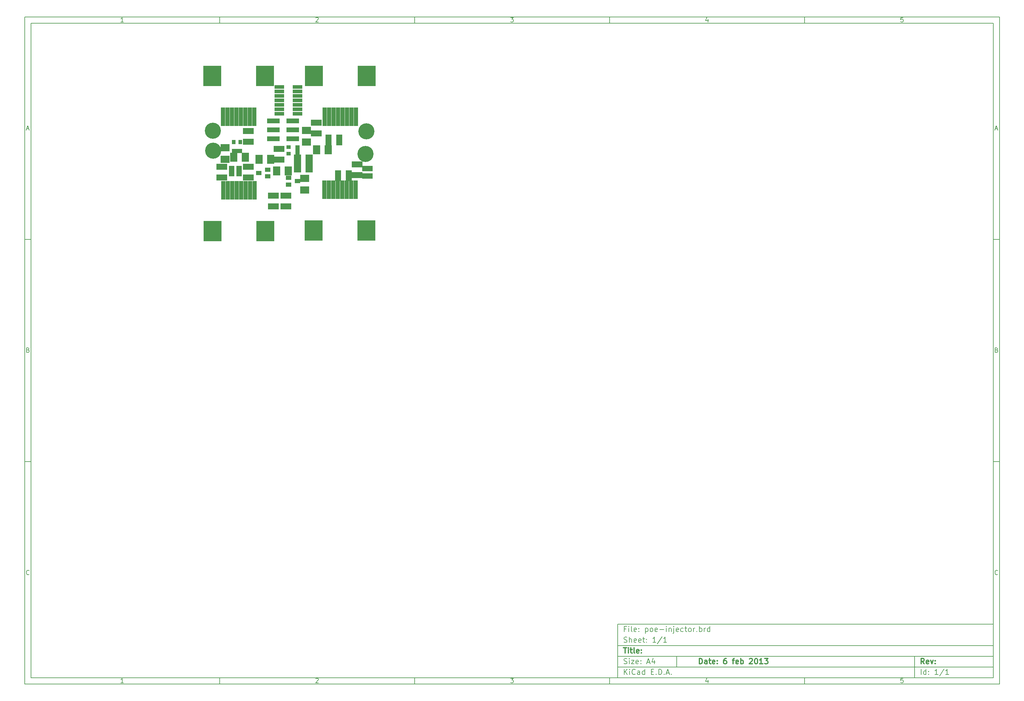
<source format=gts>
G04 (created by PCBNEW-RS274X (2012-01-19 BZR 3256)-stable) date 2/5/2013 11:52:39 PM*
G01*
G70*
G90*
%MOIN*%
G04 Gerber Fmt 3.4, Leading zero omitted, Abs format*
%FSLAX34Y34*%
G04 APERTURE LIST*
%ADD10C,0.006000*%
%ADD11C,0.012000*%
%ADD12R,0.050000X0.040000*%
%ADD13R,0.040000X0.050000*%
%ADD14R,0.059400X0.047600*%
%ADD15R,0.200000X0.225000*%
%ADD16R,0.045000X0.207000*%
%ADD17R,0.120000X0.070000*%
%ADD18R,0.080000X0.100000*%
%ADD19R,0.100000X0.080000*%
%ADD20R,0.139000X0.058000*%
%ADD21C,0.180000*%
%ADD22R,0.070000X0.120000*%
%ADD23R,0.043600X0.059400*%
%ADD24R,0.059400X0.043600*%
%ADD25R,0.106900X0.044000*%
G04 APERTURE END LIST*
G54D10*
X04000Y-04000D02*
X113000Y-04000D01*
X113000Y-78670D01*
X04000Y-78670D01*
X04000Y-04000D01*
X04700Y-04700D02*
X112300Y-04700D01*
X112300Y-77970D01*
X04700Y-77970D01*
X04700Y-04700D01*
X25800Y-04000D02*
X25800Y-04700D01*
X15043Y-04552D02*
X14757Y-04552D01*
X14900Y-04552D02*
X14900Y-04052D01*
X14852Y-04124D01*
X14805Y-04171D01*
X14757Y-04195D01*
X25800Y-78670D02*
X25800Y-77970D01*
X15043Y-78522D02*
X14757Y-78522D01*
X14900Y-78522D02*
X14900Y-78022D01*
X14852Y-78094D01*
X14805Y-78141D01*
X14757Y-78165D01*
X47600Y-04000D02*
X47600Y-04700D01*
X36557Y-04100D02*
X36581Y-04076D01*
X36629Y-04052D01*
X36748Y-04052D01*
X36795Y-04076D01*
X36819Y-04100D01*
X36843Y-04148D01*
X36843Y-04195D01*
X36819Y-04267D01*
X36533Y-04552D01*
X36843Y-04552D01*
X47600Y-78670D02*
X47600Y-77970D01*
X36557Y-78070D02*
X36581Y-78046D01*
X36629Y-78022D01*
X36748Y-78022D01*
X36795Y-78046D01*
X36819Y-78070D01*
X36843Y-78118D01*
X36843Y-78165D01*
X36819Y-78237D01*
X36533Y-78522D01*
X36843Y-78522D01*
X69400Y-04000D02*
X69400Y-04700D01*
X58333Y-04052D02*
X58643Y-04052D01*
X58476Y-04243D01*
X58548Y-04243D01*
X58595Y-04267D01*
X58619Y-04290D01*
X58643Y-04338D01*
X58643Y-04457D01*
X58619Y-04505D01*
X58595Y-04529D01*
X58548Y-04552D01*
X58405Y-04552D01*
X58357Y-04529D01*
X58333Y-04505D01*
X69400Y-78670D02*
X69400Y-77970D01*
X58333Y-78022D02*
X58643Y-78022D01*
X58476Y-78213D01*
X58548Y-78213D01*
X58595Y-78237D01*
X58619Y-78260D01*
X58643Y-78308D01*
X58643Y-78427D01*
X58619Y-78475D01*
X58595Y-78499D01*
X58548Y-78522D01*
X58405Y-78522D01*
X58357Y-78499D01*
X58333Y-78475D01*
X91200Y-04000D02*
X91200Y-04700D01*
X80395Y-04219D02*
X80395Y-04552D01*
X80276Y-04029D02*
X80157Y-04386D01*
X80467Y-04386D01*
X91200Y-78670D02*
X91200Y-77970D01*
X80395Y-78189D02*
X80395Y-78522D01*
X80276Y-77999D02*
X80157Y-78356D01*
X80467Y-78356D01*
X102219Y-04052D02*
X101981Y-04052D01*
X101957Y-04290D01*
X101981Y-04267D01*
X102029Y-04243D01*
X102148Y-04243D01*
X102195Y-04267D01*
X102219Y-04290D01*
X102243Y-04338D01*
X102243Y-04457D01*
X102219Y-04505D01*
X102195Y-04529D01*
X102148Y-04552D01*
X102029Y-04552D01*
X101981Y-04529D01*
X101957Y-04505D01*
X102219Y-78022D02*
X101981Y-78022D01*
X101957Y-78260D01*
X101981Y-78237D01*
X102029Y-78213D01*
X102148Y-78213D01*
X102195Y-78237D01*
X102219Y-78260D01*
X102243Y-78308D01*
X102243Y-78427D01*
X102219Y-78475D01*
X102195Y-78499D01*
X102148Y-78522D01*
X102029Y-78522D01*
X101981Y-78499D01*
X101957Y-78475D01*
X04000Y-28890D02*
X04700Y-28890D01*
X04231Y-16510D02*
X04469Y-16510D01*
X04184Y-16652D02*
X04350Y-16152D01*
X04517Y-16652D01*
X113000Y-28890D02*
X112300Y-28890D01*
X112531Y-16510D02*
X112769Y-16510D01*
X112484Y-16652D02*
X112650Y-16152D01*
X112817Y-16652D01*
X04000Y-53780D02*
X04700Y-53780D01*
X04386Y-41280D02*
X04457Y-41304D01*
X04481Y-41328D01*
X04505Y-41376D01*
X04505Y-41447D01*
X04481Y-41495D01*
X04457Y-41519D01*
X04410Y-41542D01*
X04219Y-41542D01*
X04219Y-41042D01*
X04386Y-41042D01*
X04433Y-41066D01*
X04457Y-41090D01*
X04481Y-41138D01*
X04481Y-41185D01*
X04457Y-41233D01*
X04433Y-41257D01*
X04386Y-41280D01*
X04219Y-41280D01*
X113000Y-53780D02*
X112300Y-53780D01*
X112686Y-41280D02*
X112757Y-41304D01*
X112781Y-41328D01*
X112805Y-41376D01*
X112805Y-41447D01*
X112781Y-41495D01*
X112757Y-41519D01*
X112710Y-41542D01*
X112519Y-41542D01*
X112519Y-41042D01*
X112686Y-41042D01*
X112733Y-41066D01*
X112757Y-41090D01*
X112781Y-41138D01*
X112781Y-41185D01*
X112757Y-41233D01*
X112733Y-41257D01*
X112686Y-41280D01*
X112519Y-41280D01*
X04505Y-66385D02*
X04481Y-66409D01*
X04410Y-66432D01*
X04362Y-66432D01*
X04290Y-66409D01*
X04243Y-66361D01*
X04219Y-66313D01*
X04195Y-66218D01*
X04195Y-66147D01*
X04219Y-66051D01*
X04243Y-66004D01*
X04290Y-65956D01*
X04362Y-65932D01*
X04410Y-65932D01*
X04481Y-65956D01*
X04505Y-65980D01*
X112805Y-66385D02*
X112781Y-66409D01*
X112710Y-66432D01*
X112662Y-66432D01*
X112590Y-66409D01*
X112543Y-66361D01*
X112519Y-66313D01*
X112495Y-66218D01*
X112495Y-66147D01*
X112519Y-66051D01*
X112543Y-66004D01*
X112590Y-65956D01*
X112662Y-65932D01*
X112710Y-65932D01*
X112781Y-65956D01*
X112805Y-65980D01*
G54D11*
X79443Y-76413D02*
X79443Y-75813D01*
X79586Y-75813D01*
X79671Y-75841D01*
X79729Y-75899D01*
X79757Y-75956D01*
X79786Y-76070D01*
X79786Y-76156D01*
X79757Y-76270D01*
X79729Y-76327D01*
X79671Y-76384D01*
X79586Y-76413D01*
X79443Y-76413D01*
X80300Y-76413D02*
X80300Y-76099D01*
X80271Y-76041D01*
X80214Y-76013D01*
X80100Y-76013D01*
X80043Y-76041D01*
X80300Y-76384D02*
X80243Y-76413D01*
X80100Y-76413D01*
X80043Y-76384D01*
X80014Y-76327D01*
X80014Y-76270D01*
X80043Y-76213D01*
X80100Y-76184D01*
X80243Y-76184D01*
X80300Y-76156D01*
X80500Y-76013D02*
X80729Y-76013D01*
X80586Y-75813D02*
X80586Y-76327D01*
X80614Y-76384D01*
X80672Y-76413D01*
X80729Y-76413D01*
X81157Y-76384D02*
X81100Y-76413D01*
X80986Y-76413D01*
X80929Y-76384D01*
X80900Y-76327D01*
X80900Y-76099D01*
X80929Y-76041D01*
X80986Y-76013D01*
X81100Y-76013D01*
X81157Y-76041D01*
X81186Y-76099D01*
X81186Y-76156D01*
X80900Y-76213D01*
X81443Y-76356D02*
X81471Y-76384D01*
X81443Y-76413D01*
X81414Y-76384D01*
X81443Y-76356D01*
X81443Y-76413D01*
X81443Y-76041D02*
X81471Y-76070D01*
X81443Y-76099D01*
X81414Y-76070D01*
X81443Y-76041D01*
X81443Y-76099D01*
X82443Y-75813D02*
X82329Y-75813D01*
X82272Y-75841D01*
X82243Y-75870D01*
X82186Y-75956D01*
X82157Y-76070D01*
X82157Y-76299D01*
X82186Y-76356D01*
X82214Y-76384D01*
X82272Y-76413D01*
X82386Y-76413D01*
X82443Y-76384D01*
X82472Y-76356D01*
X82500Y-76299D01*
X82500Y-76156D01*
X82472Y-76099D01*
X82443Y-76070D01*
X82386Y-76041D01*
X82272Y-76041D01*
X82214Y-76070D01*
X82186Y-76099D01*
X82157Y-76156D01*
X83128Y-76013D02*
X83357Y-76013D01*
X83214Y-76413D02*
X83214Y-75899D01*
X83242Y-75841D01*
X83300Y-75813D01*
X83357Y-75813D01*
X83785Y-76384D02*
X83728Y-76413D01*
X83614Y-76413D01*
X83557Y-76384D01*
X83528Y-76327D01*
X83528Y-76099D01*
X83557Y-76041D01*
X83614Y-76013D01*
X83728Y-76013D01*
X83785Y-76041D01*
X83814Y-76099D01*
X83814Y-76156D01*
X83528Y-76213D01*
X84071Y-76413D02*
X84071Y-75813D01*
X84071Y-76041D02*
X84128Y-76013D01*
X84242Y-76013D01*
X84299Y-76041D01*
X84328Y-76070D01*
X84357Y-76127D01*
X84357Y-76299D01*
X84328Y-76356D01*
X84299Y-76384D01*
X84242Y-76413D01*
X84128Y-76413D01*
X84071Y-76384D01*
X85042Y-75870D02*
X85071Y-75841D01*
X85128Y-75813D01*
X85271Y-75813D01*
X85328Y-75841D01*
X85357Y-75870D01*
X85385Y-75927D01*
X85385Y-75984D01*
X85357Y-76070D01*
X85014Y-76413D01*
X85385Y-76413D01*
X85756Y-75813D02*
X85813Y-75813D01*
X85870Y-75841D01*
X85899Y-75870D01*
X85928Y-75927D01*
X85956Y-76041D01*
X85956Y-76184D01*
X85928Y-76299D01*
X85899Y-76356D01*
X85870Y-76384D01*
X85813Y-76413D01*
X85756Y-76413D01*
X85699Y-76384D01*
X85670Y-76356D01*
X85642Y-76299D01*
X85613Y-76184D01*
X85613Y-76041D01*
X85642Y-75927D01*
X85670Y-75870D01*
X85699Y-75841D01*
X85756Y-75813D01*
X86527Y-76413D02*
X86184Y-76413D01*
X86356Y-76413D02*
X86356Y-75813D01*
X86299Y-75899D01*
X86241Y-75956D01*
X86184Y-75984D01*
X86727Y-75813D02*
X87098Y-75813D01*
X86898Y-76041D01*
X86984Y-76041D01*
X87041Y-76070D01*
X87070Y-76099D01*
X87098Y-76156D01*
X87098Y-76299D01*
X87070Y-76356D01*
X87041Y-76384D01*
X86984Y-76413D01*
X86812Y-76413D01*
X86755Y-76384D01*
X86727Y-76356D01*
G54D10*
X71043Y-77613D02*
X71043Y-77013D01*
X71386Y-77613D02*
X71129Y-77270D01*
X71386Y-77013D02*
X71043Y-77356D01*
X71643Y-77613D02*
X71643Y-77213D01*
X71643Y-77013D02*
X71614Y-77041D01*
X71643Y-77070D01*
X71671Y-77041D01*
X71643Y-77013D01*
X71643Y-77070D01*
X72272Y-77556D02*
X72243Y-77584D01*
X72157Y-77613D01*
X72100Y-77613D01*
X72015Y-77584D01*
X71957Y-77527D01*
X71929Y-77470D01*
X71900Y-77356D01*
X71900Y-77270D01*
X71929Y-77156D01*
X71957Y-77099D01*
X72015Y-77041D01*
X72100Y-77013D01*
X72157Y-77013D01*
X72243Y-77041D01*
X72272Y-77070D01*
X72786Y-77613D02*
X72786Y-77299D01*
X72757Y-77241D01*
X72700Y-77213D01*
X72586Y-77213D01*
X72529Y-77241D01*
X72786Y-77584D02*
X72729Y-77613D01*
X72586Y-77613D01*
X72529Y-77584D01*
X72500Y-77527D01*
X72500Y-77470D01*
X72529Y-77413D01*
X72586Y-77384D01*
X72729Y-77384D01*
X72786Y-77356D01*
X73329Y-77613D02*
X73329Y-77013D01*
X73329Y-77584D02*
X73272Y-77613D01*
X73158Y-77613D01*
X73100Y-77584D01*
X73072Y-77556D01*
X73043Y-77499D01*
X73043Y-77327D01*
X73072Y-77270D01*
X73100Y-77241D01*
X73158Y-77213D01*
X73272Y-77213D01*
X73329Y-77241D01*
X74072Y-77299D02*
X74272Y-77299D01*
X74358Y-77613D02*
X74072Y-77613D01*
X74072Y-77013D01*
X74358Y-77013D01*
X74615Y-77556D02*
X74643Y-77584D01*
X74615Y-77613D01*
X74586Y-77584D01*
X74615Y-77556D01*
X74615Y-77613D01*
X74901Y-77613D02*
X74901Y-77013D01*
X75044Y-77013D01*
X75129Y-77041D01*
X75187Y-77099D01*
X75215Y-77156D01*
X75244Y-77270D01*
X75244Y-77356D01*
X75215Y-77470D01*
X75187Y-77527D01*
X75129Y-77584D01*
X75044Y-77613D01*
X74901Y-77613D01*
X75501Y-77556D02*
X75529Y-77584D01*
X75501Y-77613D01*
X75472Y-77584D01*
X75501Y-77556D01*
X75501Y-77613D01*
X75758Y-77441D02*
X76044Y-77441D01*
X75701Y-77613D02*
X75901Y-77013D01*
X76101Y-77613D01*
X76301Y-77556D02*
X76329Y-77584D01*
X76301Y-77613D01*
X76272Y-77584D01*
X76301Y-77556D01*
X76301Y-77613D01*
G54D11*
X104586Y-76413D02*
X104386Y-76127D01*
X104243Y-76413D02*
X104243Y-75813D01*
X104471Y-75813D01*
X104529Y-75841D01*
X104557Y-75870D01*
X104586Y-75927D01*
X104586Y-76013D01*
X104557Y-76070D01*
X104529Y-76099D01*
X104471Y-76127D01*
X104243Y-76127D01*
X105071Y-76384D02*
X105014Y-76413D01*
X104900Y-76413D01*
X104843Y-76384D01*
X104814Y-76327D01*
X104814Y-76099D01*
X104843Y-76041D01*
X104900Y-76013D01*
X105014Y-76013D01*
X105071Y-76041D01*
X105100Y-76099D01*
X105100Y-76156D01*
X104814Y-76213D01*
X105300Y-76013D02*
X105443Y-76413D01*
X105585Y-76013D01*
X105814Y-76356D02*
X105842Y-76384D01*
X105814Y-76413D01*
X105785Y-76384D01*
X105814Y-76356D01*
X105814Y-76413D01*
X105814Y-76041D02*
X105842Y-76070D01*
X105814Y-76099D01*
X105785Y-76070D01*
X105814Y-76041D01*
X105814Y-76099D01*
G54D10*
X71014Y-76384D02*
X71100Y-76413D01*
X71243Y-76413D01*
X71300Y-76384D01*
X71329Y-76356D01*
X71357Y-76299D01*
X71357Y-76241D01*
X71329Y-76184D01*
X71300Y-76156D01*
X71243Y-76127D01*
X71129Y-76099D01*
X71071Y-76070D01*
X71043Y-76041D01*
X71014Y-75984D01*
X71014Y-75927D01*
X71043Y-75870D01*
X71071Y-75841D01*
X71129Y-75813D01*
X71271Y-75813D01*
X71357Y-75841D01*
X71614Y-76413D02*
X71614Y-76013D01*
X71614Y-75813D02*
X71585Y-75841D01*
X71614Y-75870D01*
X71642Y-75841D01*
X71614Y-75813D01*
X71614Y-75870D01*
X71843Y-76013D02*
X72157Y-76013D01*
X71843Y-76413D01*
X72157Y-76413D01*
X72614Y-76384D02*
X72557Y-76413D01*
X72443Y-76413D01*
X72386Y-76384D01*
X72357Y-76327D01*
X72357Y-76099D01*
X72386Y-76041D01*
X72443Y-76013D01*
X72557Y-76013D01*
X72614Y-76041D01*
X72643Y-76099D01*
X72643Y-76156D01*
X72357Y-76213D01*
X72900Y-76356D02*
X72928Y-76384D01*
X72900Y-76413D01*
X72871Y-76384D01*
X72900Y-76356D01*
X72900Y-76413D01*
X72900Y-76041D02*
X72928Y-76070D01*
X72900Y-76099D01*
X72871Y-76070D01*
X72900Y-76041D01*
X72900Y-76099D01*
X73614Y-76241D02*
X73900Y-76241D01*
X73557Y-76413D02*
X73757Y-75813D01*
X73957Y-76413D01*
X74414Y-76013D02*
X74414Y-76413D01*
X74271Y-75784D02*
X74128Y-76213D01*
X74500Y-76213D01*
X104243Y-77613D02*
X104243Y-77013D01*
X104786Y-77613D02*
X104786Y-77013D01*
X104786Y-77584D02*
X104729Y-77613D01*
X104615Y-77613D01*
X104557Y-77584D01*
X104529Y-77556D01*
X104500Y-77499D01*
X104500Y-77327D01*
X104529Y-77270D01*
X104557Y-77241D01*
X104615Y-77213D01*
X104729Y-77213D01*
X104786Y-77241D01*
X105072Y-77556D02*
X105100Y-77584D01*
X105072Y-77613D01*
X105043Y-77584D01*
X105072Y-77556D01*
X105072Y-77613D01*
X105072Y-77241D02*
X105100Y-77270D01*
X105072Y-77299D01*
X105043Y-77270D01*
X105072Y-77241D01*
X105072Y-77299D01*
X106129Y-77613D02*
X105786Y-77613D01*
X105958Y-77613D02*
X105958Y-77013D01*
X105901Y-77099D01*
X105843Y-77156D01*
X105786Y-77184D01*
X106814Y-76984D02*
X106300Y-77756D01*
X107329Y-77613D02*
X106986Y-77613D01*
X107158Y-77613D02*
X107158Y-77013D01*
X107101Y-77099D01*
X107043Y-77156D01*
X106986Y-77184D01*
G54D11*
X70957Y-74613D02*
X71300Y-74613D01*
X71129Y-75213D02*
X71129Y-74613D01*
X71500Y-75213D02*
X71500Y-74813D01*
X71500Y-74613D02*
X71471Y-74641D01*
X71500Y-74670D01*
X71528Y-74641D01*
X71500Y-74613D01*
X71500Y-74670D01*
X71700Y-74813D02*
X71929Y-74813D01*
X71786Y-74613D02*
X71786Y-75127D01*
X71814Y-75184D01*
X71872Y-75213D01*
X71929Y-75213D01*
X72215Y-75213D02*
X72157Y-75184D01*
X72129Y-75127D01*
X72129Y-74613D01*
X72671Y-75184D02*
X72614Y-75213D01*
X72500Y-75213D01*
X72443Y-75184D01*
X72414Y-75127D01*
X72414Y-74899D01*
X72443Y-74841D01*
X72500Y-74813D01*
X72614Y-74813D01*
X72671Y-74841D01*
X72700Y-74899D01*
X72700Y-74956D01*
X72414Y-75013D01*
X72957Y-75156D02*
X72985Y-75184D01*
X72957Y-75213D01*
X72928Y-75184D01*
X72957Y-75156D01*
X72957Y-75213D01*
X72957Y-74841D02*
X72985Y-74870D01*
X72957Y-74899D01*
X72928Y-74870D01*
X72957Y-74841D01*
X72957Y-74899D01*
G54D10*
X71243Y-72499D02*
X71043Y-72499D01*
X71043Y-72813D02*
X71043Y-72213D01*
X71329Y-72213D01*
X71557Y-72813D02*
X71557Y-72413D01*
X71557Y-72213D02*
X71528Y-72241D01*
X71557Y-72270D01*
X71585Y-72241D01*
X71557Y-72213D01*
X71557Y-72270D01*
X71929Y-72813D02*
X71871Y-72784D01*
X71843Y-72727D01*
X71843Y-72213D01*
X72385Y-72784D02*
X72328Y-72813D01*
X72214Y-72813D01*
X72157Y-72784D01*
X72128Y-72727D01*
X72128Y-72499D01*
X72157Y-72441D01*
X72214Y-72413D01*
X72328Y-72413D01*
X72385Y-72441D01*
X72414Y-72499D01*
X72414Y-72556D01*
X72128Y-72613D01*
X72671Y-72756D02*
X72699Y-72784D01*
X72671Y-72813D01*
X72642Y-72784D01*
X72671Y-72756D01*
X72671Y-72813D01*
X72671Y-72441D02*
X72699Y-72470D01*
X72671Y-72499D01*
X72642Y-72470D01*
X72671Y-72441D01*
X72671Y-72499D01*
X73414Y-72413D02*
X73414Y-73013D01*
X73414Y-72441D02*
X73471Y-72413D01*
X73585Y-72413D01*
X73642Y-72441D01*
X73671Y-72470D01*
X73700Y-72527D01*
X73700Y-72699D01*
X73671Y-72756D01*
X73642Y-72784D01*
X73585Y-72813D01*
X73471Y-72813D01*
X73414Y-72784D01*
X74043Y-72813D02*
X73985Y-72784D01*
X73957Y-72756D01*
X73928Y-72699D01*
X73928Y-72527D01*
X73957Y-72470D01*
X73985Y-72441D01*
X74043Y-72413D01*
X74128Y-72413D01*
X74185Y-72441D01*
X74214Y-72470D01*
X74243Y-72527D01*
X74243Y-72699D01*
X74214Y-72756D01*
X74185Y-72784D01*
X74128Y-72813D01*
X74043Y-72813D01*
X74728Y-72784D02*
X74671Y-72813D01*
X74557Y-72813D01*
X74500Y-72784D01*
X74471Y-72727D01*
X74471Y-72499D01*
X74500Y-72441D01*
X74557Y-72413D01*
X74671Y-72413D01*
X74728Y-72441D01*
X74757Y-72499D01*
X74757Y-72556D01*
X74471Y-72613D01*
X75014Y-72584D02*
X75471Y-72584D01*
X75757Y-72813D02*
X75757Y-72413D01*
X75757Y-72213D02*
X75728Y-72241D01*
X75757Y-72270D01*
X75785Y-72241D01*
X75757Y-72213D01*
X75757Y-72270D01*
X76043Y-72413D02*
X76043Y-72813D01*
X76043Y-72470D02*
X76071Y-72441D01*
X76129Y-72413D01*
X76214Y-72413D01*
X76271Y-72441D01*
X76300Y-72499D01*
X76300Y-72813D01*
X76586Y-72413D02*
X76586Y-72927D01*
X76557Y-72984D01*
X76500Y-73013D01*
X76472Y-73013D01*
X76586Y-72213D02*
X76557Y-72241D01*
X76586Y-72270D01*
X76614Y-72241D01*
X76586Y-72213D01*
X76586Y-72270D01*
X77100Y-72784D02*
X77043Y-72813D01*
X76929Y-72813D01*
X76872Y-72784D01*
X76843Y-72727D01*
X76843Y-72499D01*
X76872Y-72441D01*
X76929Y-72413D01*
X77043Y-72413D01*
X77100Y-72441D01*
X77129Y-72499D01*
X77129Y-72556D01*
X76843Y-72613D01*
X77643Y-72784D02*
X77586Y-72813D01*
X77472Y-72813D01*
X77414Y-72784D01*
X77386Y-72756D01*
X77357Y-72699D01*
X77357Y-72527D01*
X77386Y-72470D01*
X77414Y-72441D01*
X77472Y-72413D01*
X77586Y-72413D01*
X77643Y-72441D01*
X77814Y-72413D02*
X78043Y-72413D01*
X77900Y-72213D02*
X77900Y-72727D01*
X77928Y-72784D01*
X77986Y-72813D01*
X78043Y-72813D01*
X78329Y-72813D02*
X78271Y-72784D01*
X78243Y-72756D01*
X78214Y-72699D01*
X78214Y-72527D01*
X78243Y-72470D01*
X78271Y-72441D01*
X78329Y-72413D01*
X78414Y-72413D01*
X78471Y-72441D01*
X78500Y-72470D01*
X78529Y-72527D01*
X78529Y-72699D01*
X78500Y-72756D01*
X78471Y-72784D01*
X78414Y-72813D01*
X78329Y-72813D01*
X78786Y-72813D02*
X78786Y-72413D01*
X78786Y-72527D02*
X78814Y-72470D01*
X78843Y-72441D01*
X78900Y-72413D01*
X78957Y-72413D01*
X79157Y-72756D02*
X79185Y-72784D01*
X79157Y-72813D01*
X79128Y-72784D01*
X79157Y-72756D01*
X79157Y-72813D01*
X79443Y-72813D02*
X79443Y-72213D01*
X79443Y-72441D02*
X79500Y-72413D01*
X79614Y-72413D01*
X79671Y-72441D01*
X79700Y-72470D01*
X79729Y-72527D01*
X79729Y-72699D01*
X79700Y-72756D01*
X79671Y-72784D01*
X79614Y-72813D01*
X79500Y-72813D01*
X79443Y-72784D01*
X79986Y-72813D02*
X79986Y-72413D01*
X79986Y-72527D02*
X80014Y-72470D01*
X80043Y-72441D01*
X80100Y-72413D01*
X80157Y-72413D01*
X80614Y-72813D02*
X80614Y-72213D01*
X80614Y-72784D02*
X80557Y-72813D01*
X80443Y-72813D01*
X80385Y-72784D01*
X80357Y-72756D01*
X80328Y-72699D01*
X80328Y-72527D01*
X80357Y-72470D01*
X80385Y-72441D01*
X80443Y-72413D01*
X80557Y-72413D01*
X80614Y-72441D01*
X71014Y-73984D02*
X71100Y-74013D01*
X71243Y-74013D01*
X71300Y-73984D01*
X71329Y-73956D01*
X71357Y-73899D01*
X71357Y-73841D01*
X71329Y-73784D01*
X71300Y-73756D01*
X71243Y-73727D01*
X71129Y-73699D01*
X71071Y-73670D01*
X71043Y-73641D01*
X71014Y-73584D01*
X71014Y-73527D01*
X71043Y-73470D01*
X71071Y-73441D01*
X71129Y-73413D01*
X71271Y-73413D01*
X71357Y-73441D01*
X71614Y-74013D02*
X71614Y-73413D01*
X71871Y-74013D02*
X71871Y-73699D01*
X71842Y-73641D01*
X71785Y-73613D01*
X71700Y-73613D01*
X71642Y-73641D01*
X71614Y-73670D01*
X72385Y-73984D02*
X72328Y-74013D01*
X72214Y-74013D01*
X72157Y-73984D01*
X72128Y-73927D01*
X72128Y-73699D01*
X72157Y-73641D01*
X72214Y-73613D01*
X72328Y-73613D01*
X72385Y-73641D01*
X72414Y-73699D01*
X72414Y-73756D01*
X72128Y-73813D01*
X72899Y-73984D02*
X72842Y-74013D01*
X72728Y-74013D01*
X72671Y-73984D01*
X72642Y-73927D01*
X72642Y-73699D01*
X72671Y-73641D01*
X72728Y-73613D01*
X72842Y-73613D01*
X72899Y-73641D01*
X72928Y-73699D01*
X72928Y-73756D01*
X72642Y-73813D01*
X73099Y-73613D02*
X73328Y-73613D01*
X73185Y-73413D02*
X73185Y-73927D01*
X73213Y-73984D01*
X73271Y-74013D01*
X73328Y-74013D01*
X73528Y-73956D02*
X73556Y-73984D01*
X73528Y-74013D01*
X73499Y-73984D01*
X73528Y-73956D01*
X73528Y-74013D01*
X73528Y-73641D02*
X73556Y-73670D01*
X73528Y-73699D01*
X73499Y-73670D01*
X73528Y-73641D01*
X73528Y-73699D01*
X74585Y-74013D02*
X74242Y-74013D01*
X74414Y-74013D02*
X74414Y-73413D01*
X74357Y-73499D01*
X74299Y-73556D01*
X74242Y-73584D01*
X75270Y-73384D02*
X74756Y-74156D01*
X75785Y-74013D02*
X75442Y-74013D01*
X75614Y-74013D02*
X75614Y-73413D01*
X75557Y-73499D01*
X75499Y-73556D01*
X75442Y-73584D01*
X70300Y-71970D02*
X70300Y-77970D01*
X70300Y-71970D02*
X112300Y-71970D01*
X70300Y-71970D02*
X112300Y-71970D01*
X70300Y-74370D02*
X112300Y-74370D01*
X103500Y-75570D02*
X103500Y-77970D01*
X70300Y-76770D02*
X112300Y-76770D01*
X70300Y-75570D02*
X112300Y-75570D01*
X76900Y-75570D02*
X76900Y-76770D01*
G54D12*
X34500Y-19304D03*
X34500Y-18554D03*
X33500Y-19304D03*
X34500Y-18929D03*
X33500Y-18554D03*
G54D13*
X27373Y-18992D03*
X28123Y-18992D03*
X27373Y-17992D03*
X27748Y-18992D03*
X28123Y-17992D03*
G54D14*
X30161Y-21469D03*
X31161Y-21094D03*
X31161Y-21844D03*
X34508Y-22378D03*
X33508Y-22753D03*
X33508Y-22003D03*
G54D15*
X24988Y-10606D03*
G54D16*
X26188Y-15156D03*
X26688Y-15156D03*
X27188Y-15156D03*
X27688Y-15156D03*
X28188Y-15156D03*
X28688Y-15156D03*
X29188Y-15156D03*
X29688Y-15156D03*
G54D15*
X30888Y-10606D03*
X36353Y-10614D03*
G54D16*
X37553Y-15164D03*
X38053Y-15164D03*
X38553Y-15164D03*
X39053Y-15164D03*
X39553Y-15164D03*
X40053Y-15164D03*
X40553Y-15164D03*
X41053Y-15164D03*
G54D15*
X42253Y-10614D03*
X30906Y-27953D03*
G54D16*
X29706Y-23403D03*
X29206Y-23403D03*
X28706Y-23403D03*
X28206Y-23403D03*
X27706Y-23403D03*
X27206Y-23403D03*
X26706Y-23403D03*
X26206Y-23403D03*
G54D15*
X25006Y-27953D03*
X42216Y-27898D03*
G54D16*
X41016Y-23348D03*
X40516Y-23348D03*
X40016Y-23348D03*
X39516Y-23348D03*
X39016Y-23348D03*
X38516Y-23348D03*
X38016Y-23348D03*
X37516Y-23348D03*
G54D15*
X36316Y-27898D03*
G54D17*
X29008Y-17974D03*
X29008Y-16774D03*
X32453Y-19982D03*
X32453Y-18782D03*
G54D18*
X34495Y-20898D03*
X35795Y-20898D03*
X31504Y-19921D03*
X30204Y-19921D03*
G54D19*
X35295Y-23367D03*
X35295Y-22067D03*
X26398Y-18630D03*
X26398Y-19930D03*
G54D18*
X36644Y-18866D03*
X37944Y-18866D03*
G54D20*
X31811Y-17642D03*
X31811Y-16642D03*
X31811Y-15642D03*
X33991Y-17642D03*
X33991Y-16642D03*
X33991Y-15642D03*
G54D21*
X25039Y-16728D03*
X42224Y-16807D03*
X42098Y-19343D03*
X25091Y-18969D03*
G54D18*
X32169Y-21244D03*
X33469Y-21244D03*
G54D17*
X26055Y-21962D03*
X26055Y-20762D03*
X29024Y-21978D03*
X29024Y-20778D03*
X31800Y-24000D03*
X31800Y-25200D03*
X33200Y-24000D03*
X33200Y-25200D03*
G54D22*
X39045Y-21756D03*
X40245Y-21756D03*
G54D17*
X41168Y-20487D03*
X41168Y-21687D03*
X36602Y-15829D03*
X36602Y-17029D03*
G54D22*
X39182Y-17760D03*
X37982Y-17760D03*
G54D18*
X28681Y-19717D03*
X27381Y-19717D03*
X34495Y-19898D03*
X35795Y-19898D03*
G54D23*
X41959Y-21802D03*
X42709Y-21802D03*
X42334Y-21802D03*
X42709Y-20970D03*
X41959Y-20970D03*
X42334Y-20970D03*
G54D24*
X27967Y-21627D03*
X27967Y-20877D03*
X27967Y-21252D03*
X27135Y-20877D03*
X27135Y-21627D03*
X27135Y-21252D03*
G54D25*
X34513Y-14831D03*
X34513Y-14331D03*
X34513Y-13831D03*
X34513Y-13331D03*
X34513Y-12831D03*
X34513Y-12331D03*
X34513Y-11831D03*
X32463Y-11831D03*
X32463Y-12331D03*
X32463Y-12831D03*
X32463Y-13331D03*
X32463Y-13831D03*
X32463Y-14331D03*
X32463Y-14831D03*
G54D19*
X35504Y-18008D03*
X35504Y-16708D03*
M02*

</source>
